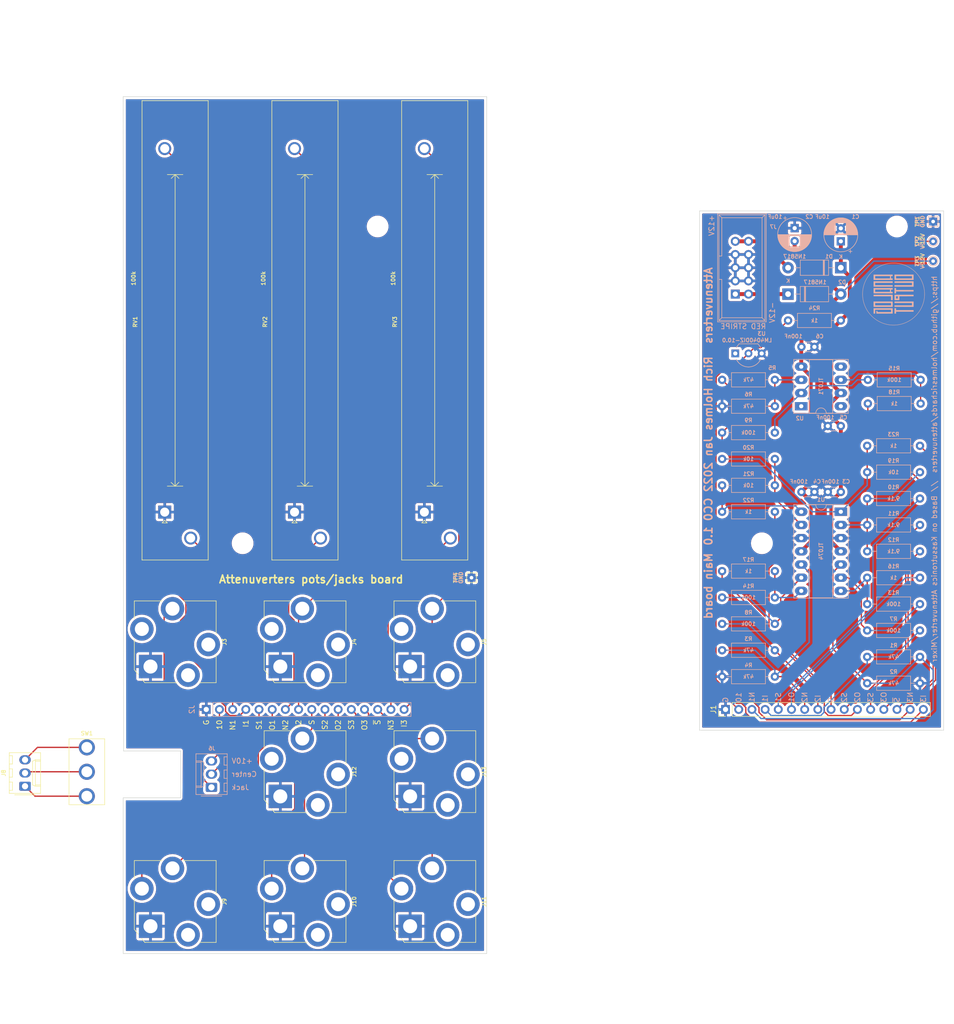
<source format=kicad_pcb>
(kicad_pcb (version 20211014) (generator pcbnew)
  (layers (0 "F.Cu" signal) (31 "B.Cu" signal) (34 "B.Paste" user) (35 "F.Paste" user) (36 "B.SilkS" user "B.Silkscreen") (37 "F.SilkS" user "F.Silkscreen") (38 "B.Mask" user) (39 "F.Mask" user) (44 "Edge.Cuts" user))
  (net 0 "")
  (net 1 "GND")
  (net 2 "+12V")
  (net 3 "-12V")
  (net 4 "/+12_IN")
  (net 5 "/-12_IN")
  (net 6 "SUM1")
  (net 7 "SUM2")
  (net 8 "SUM3")
  (net 9 "Net-(R15-Pad2)")
  (net 10 "Net-(R13-Pad1)")
  (net 11 "Net-(R14-Pad1)")
  (net 12 "Net-(R15-Pad1)")
  (net 13 "OUTSUM_P")
  (net 14 "SUM1_P")
  (net 15 "OUT1_P")
  (net 16 "SUM2_P")
  (net 17 "OUT2_P")
  (net 18 "SUM3_P")
  (net 19 "OUT3_P")
  (net 20 "OUT~{SUM}_P")
  (net 21 "OUT1")
  (net 22 "OUT2")
  (net 23 "OUT3")
  (net 24 "OUTSUM")
  (net 25 "OUT~{SUM}")
  (net 26 "GND1")
  (net 27 "INV2_P")
  (net 28 "INV3_P")
  (net 29 "NONINV1")
  (net 30 "NONINV2")
  (net 31 "NONINV3")
  (net 32 "INV1")
  (net 33 "INV2")
  (net 34 "INV3")
  (net 35 "NONINV3_P")
  (net 36 "NONINV2_P")
  (net 37 "NONINV1_P")
  (net 38 "INV1_P")
  (net 39 "10V_REF")
  (net 40 "10V_REF_P")
  (net 41 "Net-(J3-PadT)")
  (net 42 "Net-(J8-Pad3)")
  (net 43 "Net-(J8-Pad1)")
  (net 44 "Net-(R13-Pad2)")
  (net 45 "Net-(R14-Pad2)")
  (net 46 "Net-(R10-Pad1)")
  (net 47 "Net-(R19-Pad1)")
  (net 48 "Net-(R20-Pad1)")
  (net 49 "Net-(R21-Pad1)")
  (net 53 "Net-(J8-Pad2)")
  (footprint "ao_tht:Jack_6.35mm_PJ_629HAN" (layer "F.Cu") (at 75 125 -90)
    (fp_text reference "J3")
    (fp_text value "AudioJack2")
  )
  (footprint "ao_tht:Jack_6.35mm_PJ_629HAN" (layer "F.Cu") (at 100 125 -90)
    (fp_text reference "J4")
    (fp_text value "AudioJack2")
  )
  (footprint "ao_tht:Jack_6.35mm_PJ_629HAN" (layer "F.Cu") (at 125 125 -90)
    (fp_text reference "J5")
    (fp_text value "AudioJack2")
  )
  (footprint "ao_tht:Jack_6.35mm_PJ_629HAN" (layer "F.Cu") (at 100 150 -90)
    (fp_text reference "J12")
    (fp_text value "AudioJack2")
  )
  (footprint "ao_tht:Jack_6.35mm_PJ_629HAN" (layer "F.Cu") (at 75 175 -90)
    (fp_text reference "J9")
    (fp_text value "AudioJack2_SwitchT")
  )
  (footprint "ao_tht:Jack_6.35mm_PJ_629HAN" (layer "F.Cu") (at 100 175 -90)
    (fp_text reference "J10")
    (fp_text value "AudioJack2_SwitchT")
  )
  (footprint "ao_tht:Jack_6.35mm_PJ_629HAN" (layer "F.Cu") (at 125 175 -90)
    (fp_text reference "J11")
    (fp_text value "AudioJack2_SwitchT")
  )
  (footprint "ao_tht:Potentiometer_Alpha_RA6020F_Single_Slide" (layer "F.Cu") (at 73 100 90)
    (fp_text reference "RV1")
    (fp_text value "100k")
  )
  (footprint "ao_tht:Potentiometer_Alpha_RA6020F_Single_Slide" (layer "F.Cu") (at 98 100 90)
    (fp_text reference "RV2")
    (fp_text value "100k")
  )
  (footprint "ao_tht:Potentiometer_Alpha_RA6020F_Single_Slide" (layer "F.Cu") (at 123 100 90)
    (fp_text reference "RV3")
    (fp_text value "100k")
  )
  (footprint "ao_tht:SPDT-toggle-switch-1M-series" (layer "F.Cu") (at 58 150)
    (fp_text reference "SW1")
    (fp_text value "SW_SPDT")
  )
  (footprint "Connector_PinHeader_2.54mm:PinHeader_1x16_P2.54mm_Vertical" (layer "F.Cu") (at 181 138 90)
    (fp_text reference "J1")
    (fp_text value "Conn_01x16")
  )
  (footprint "ao_tht:Jack_6.35mm_PJ_629HAN" (layer "F.Cu") (at 125 150 -90)
    (fp_text reference "J13")
    (fp_text value "AudioJack2")
  )
  (footprint "ao_tht:MountingHole_3.2mm_M3" (layer "F.Cu") (at 188 106 180)
    (fp_text reference "H1" hide)
    (fp_text value "MountingHole")
  )
  (footprint "ao_tht:MountingHole_3.2mm_M3" (layer "F.Cu") (at 114 45)
    (fp_text reference "H2" hide)
    (fp_text value "MountingHole")
  )
  (footprint "ao_tht:MountingHole_3.2mm_M3" (layer "F.Cu") (at 88 106)
    (fp_text reference "H3" hide)
    (fp_text value "MountingHole")
  )
  (footprint "ao_tht:MountingHole_3.2mm_M3" (layer "F.Cu") (at 214 45)
    (fp_text reference "H4" hide)
    (fp_text value "MountingHole")
  )
  (footprint "ao_tht:Molex_KK-254_AE-6410-03A_1x03_P2.54mm_Vertical" (layer "F.Cu") (at 46.101 152.781 90)
    (fp_text reference "J8")
    (fp_text value "3_pin_Molex_connector")
  )
  (footprint "attenuverters_panel:attenuverters_panel_holes" (layer "F.Cu") (at 100 100)
    (fp_text reference "GRAF1" hide)
    (fp_text value "Graphic" hide)
  )
  (footprint "ao_tht:TestPoint_THTPad_1.5x1.5mm_Drill0.7mm" (layer "F.Cu") (at 132.08 112.63 90)
    (fp_text reference "TP4")
    (fp_text value "GND")
  )
  (footprint "ao_tht:Board_Marker" (layer "F.Cu") (at 98.5 20)
    (fp_text reference "B2")
    (fp_text value "Board")
  )
  (footprint "ao_tht:Board_Marker" (layer "F.Cu") (at 199.5 42)
    (fp_text reference "B1")
    (fp_text value "Board")
  )
  (footprint "ao_tht:CP_Radial_D6.3mm_P2.50mm" (layer "B.Cu") (at 203.2 47.86 90)
    (fp_text reference "C1")
    (fp_text value "10uF")
  )
  (footprint "ao_tht:CP_Radial_D6.3mm_P2.50mm" (layer "B.Cu") (at 194.31 45.32 -90)
    (fp_text reference "C2")
    (fp_text value "10uF")
  )
  (footprint "ao_tht:C_Disc_D3.0mm_W1.6mm_P2.50mm" (layer "B.Cu") (at 203.2 96.12 180)
    (fp_text reference "C3")
    (fp_text value "100nF")
  )
  (footprint "ao_tht:C_Disc_D3.0mm_W1.6mm_P2.50mm" (layer "B.Cu") (at 198.12 96.12 180)
    (fp_text reference "C4")
    (fp_text value "100nF")
  )
  (footprint "ao_tht:C_Disc_D3.0mm_W1.6mm_P2.50mm" (layer "B.Cu") (at 203.2 83.42 180)
    (fp_text reference "C5")
    (fp_text value "100nF")
  )
  (footprint "ao_tht:C_Disc_D3.0mm_W1.6mm_P2.50mm" (layer "B.Cu") (at 198.12 68.18 180)
    (fp_text reference "C6")
    (fp_text value "100nF")
  )
  (footprint "ao_tht:D_DO-41_SOD81_P10.16mm_Horizontal" (layer "B.Cu") (at 203.2 52.94 180)
    (fp_text reference "D1")
    (fp_text value "1N5817")
  )
  (footprint "ao_tht:D_DO-41_SOD81_P10.16mm_Horizontal" (layer "B.Cu") (at 193.04 58.02)
    (fp_text reference "D2")
    (fp_text value "1N5817")
  )
  (footprint "ao_tht:Power_Header" (layer "B.Cu") (at 182.88 58.02)
    (fp_text reference "J7")
    (fp_text value "Synth_power_2x5")
  )
  (footprint "ao_tht:R_Axial_DIN0207_L6.3mm_D2.5mm_P10.16mm_Horizontal" (layer "B.Cu") (at 208.28 97.39)
    (fp_text reference "R10")
    (fp_text value "9.1k")
  )
  (footprint "ao_tht:R_Axial_DIN0207_L6.3mm_D2.5mm_P10.16mm_Horizontal" (layer "B.Cu") (at 208.28 102.47)
    (fp_text reference "R11")
    (fp_text value "9.1k")
  )
  (footprint "ao_tht:R_Axial_DIN0207_L6.3mm_D2.5mm_P10.16mm_Horizontal" (layer "B.Cu") (at 208.28 107.55)
    (fp_text reference "R12")
    (fp_text value "9.1k")
  )
  (footprint "ao_tht:R_Axial_DIN0207_L6.3mm_D2.5mm_P10.16mm_Horizontal" (layer "B.Cu") (at 208.28 92.31)
    (fp_text reference "R19")
    (fp_text value "10k")
  )
  (footprint "ao_tht:R_Axial_DIN0207_L6.3mm_D2.5mm_P10.16mm_Horizontal" (layer "B.Cu") (at 190.5 89.77 180)
    (fp_text reference "R20")
    (fp_text value "10k")
  )
  (footprint "ao_tht:R_Axial_DIN0207_L6.3mm_D2.5mm_P10.16mm_Horizontal" (layer "B.Cu") (at 208.28 127.87)
    (fp_text reference "R1")
    (fp_text value "47k")
  )
  (footprint "ao_tht:R_Axial_DIN0207_L6.3mm_D2.5mm_P10.16mm_Horizontal" (layer "B.Cu") (at 208.28 132.95)
    (fp_text reference "R2")
    (fp_text value "47k")
  )
  (footprint "ao_tht:R_Axial_DIN0207_L6.3mm_D2.5mm_P10.16mm_Horizontal" (layer "B.Cu") (at 190.5 126.6 180)
    (fp_text reference "R3")
    (fp_text value "47k")
  )
  (footprint "ao_tht:R_Axial_DIN0207_L6.3mm_D2.5mm_P10.16mm_Horizontal" (layer "B.Cu") (at 190.5 131.68 180)
    (fp_text reference "R4")
    (fp_text value "47k")
  )
  (footprint "ao_tht:R_Axial_DIN0207_L6.3mm_D2.5mm_P10.16mm_Horizontal" (layer "B.Cu") (at 180.34 74.53)
    (fp_text reference "R5")
    (fp_text value "47k")
  )
  (footprint "ao_tht:R_Axial_DIN0207_L6.3mm_D2.5mm_P10.16mm_Horizontal" (layer "B.Cu") (at 190.5 79.61 180)
    (fp_text reference "R6")
    (fp_text value "47k")
  )
  (footprint "ao_tht:R_Axial_DIN0207_L6.3mm_D2.5mm_P10.16mm_Horizontal" (layer "B.Cu") (at 208.28 122.79)
    (fp_text reference "R7")
    (fp_text value "100k")
  )
  (footprint "ao_tht:R_Axial_DIN0207_L6.3mm_D2.5mm_P10.16mm_Horizontal" (layer "B.Cu") (at 190.5 121.52 180)
    (fp_text reference "R8")
    (fp_text value "100k")
  )
  (footprint "ao_tht:R_Axial_DIN0207_L6.3mm_D2.5mm_P10.16mm_Horizontal" (layer "B.Cu") (at 190.5 84.69 180)
    (fp_text reference "R9")
    (fp_text value "100k")
  )
  (footprint "ao_tht:R_Axial_DIN0207_L6.3mm_D2.5mm_P10.16mm_Horizontal" (layer "B.Cu") (at 180.34 94.85)
    (fp_text reference "R21")
    (fp_text value "10k")
  )
  (footprint "ao_tht:R_Axial_DIN0207_L6.3mm_D2.5mm_P10.16mm_Horizontal" (layer "B.Cu") (at 208.28 117.71)
    (fp_text reference "R13")
    (fp_text value "100k")
  )
  (footprint "ao_tht:R_Axial_DIN0207_L6.3mm_D2.5mm_P10.16mm_Horizontal" (layer "B.Cu") (at 190.5 116.44 180)
    (fp_text reference "R14")
    (fp_text value "100k")
  )
  (footprint "ao_tht:R_Axial_DIN0207_L6.3mm_D2.5mm_P10.16mm_Horizontal" (layer "B.Cu") (at 218.567 74.53 180)
    (fp_text reference "R15")
    (fp_text value "100k")
  )
  (footprint "ao_tht:R_Axial_DIN0207_L6.3mm_D2.5mm_P10.16mm_Horizontal" (layer "B.Cu") (at 190.5 99.93 180)
    (fp_text reference "R22")
    (fp_text value "1k")
  )
  (footprint "ao_tht:R_Axial_DIN0207_L6.3mm_D2.5mm_P10.16mm_Horizontal" (layer "B.Cu") (at 218.44 112.63 180)
    (fp_text reference "R16")
    (fp_text value "1k")
  )
  (footprint "ao_tht:R_Axial_DIN0207_L6.3mm_D2.5mm_P10.16mm_Horizontal" (layer "B.Cu") (at 180.34 111.36)
    (fp_text reference "R17")
    (fp_text value "1k")
  )
  (footprint "ao_tht:R_Axial_DIN0207_L6.3mm_D2.5mm_P10.16mm_Horizontal" (layer "B.Cu") (at 208.407 79.102)
    (fp_text reference "R18")
    (fp_text value "1k")
  )
  (footprint "ao_tht:R_Axial_DIN0207_L6.3mm_D2.5mm_P10.16mm_Horizontal" (layer "B.Cu") (at 203.2 63.1 180)
    (fp_text reference "R24")
    (fp_text value "1k")
  )
  (footprint "ao_tht:DIP-14_W7.62mm_Socket_LongPads" (layer "B.Cu") (at 203.2 99.93 180)
    (fp_text reference "U1")
    (fp_text value "TL074")
  )
  (footprint "ao_tht:DIP-8_W7.62mm_Socket_LongPads" (layer "B.Cu") (at 195.58 79.61)
    (fp_text reference "U2")
    (fp_text value "TL071")
  )
  (footprint "ao_tht:TO-92_Inline_Wide" (layer "B.Cu") (at 182.88 69.45)
    (fp_text reference "U3")
    (fp_text value "LM4040DIZ-10.0")
  )
  (footprint "Connector_PinSocket_2.54mm:PinSocket_1x16_P2.54mm_Vertical" (layer "B.Cu") (at 81 138 -90)
    (fp_text reference "J2")
    (fp_text value "Conn_01x16")
  )
  (footprint "ao_tht:R_Axial_DIN0207_L6.3mm_D2.5mm_P10.16mm_Horizontal" (layer "B.Cu") (at 218.44 87.23 180)
    (fp_text reference "R23")
    (fp_text value "1k")
  )
  (footprint "ao_tht:Molex_KK-254_AE-6410-03A_1x03_P2.54mm_Vertical" (layer "B.Cu") (at 82 153 90)
    (fp_text reference "J6")
    (fp_text value "3_pin_Molex_header")
  )
  (footprint "ao_tht:analogoutput_12mm" (layer "B.Cu") (at 213.36 58.02 -90)
    (fp_text reference "GRAF2" hide)
    (fp_text value "Graphic" hide)
  )
  (footprint "ao_tht:TestPoint_THTPad_1.5x1.5mm_Drill0.7mm" (layer "B.Cu") (at 220.98 44.05 -90)
    (fp_text reference "TP1")
    (fp_text value "GND")
  )
  (footprint "ao_tht:TestPoint_THTPad_D1.5mm_Drill0.7mm" (layer "B.Cu") (at 220.98 47.86 -90)
    (fp_text reference "TP2")
    (fp_text value "+12V")
  )
  (footprint "ao_tht:TestPoint_THTPad_D1.5mm_Drill0.7mm" (layer "B.Cu") (at 220.98 51.67 -90)
    (fp_text reference "TP3")
    (fp_text value "-12V")
  )
  (gr_line (start 65 185) (end 65 155) (layer "Edge.Cuts") (width 0.1))
  (gr_line (start 176 142) (end 176 42) (layer "Edge.Cuts") (width 0.1))
  (gr_line (start 65.08 146) (end 65 20) (layer "Edge.Cuts") (width 0.1))
  (gr_line (start 65 155) (end 76.08 155) (layer "Edge.Cuts") (width 0.1))
  (gr_line (start 65.08 146) (end 76.08 146) (layer "Edge.Cuts") (width 0.1))
  (gr_line (start 223 142) (end 176 142) (layer "Edge.Cuts") (width 0.1))
  (gr_line (start 176 42) (end 223 42) (layer "Edge.Cuts") (width 0.1))
  (gr_line (start 135 185) (end 65 185) (layer "Edge.Cuts") (width 0.1))
  (gr_line (start 135 20) (end 135 185) (layer "Edge.Cuts") (width 0.1))
  (gr_line (start 223 42) (end 223 142) (layer "Edge.Cuts") (width 0.1))
  (gr_line (start 76.08 146) (end 76.08 155) (layer "Edge.Cuts") (width 0.1))
  (gr_line (start 65 20) (end 135 20) (layer "Edge.Cuts") (width 0.1))
  (gr_text "Attenuverters" (at 177.7 60.224 90) (layer "B.SilkS") (effects (font (size 1.5 1.5) (thickness 0.3)) (justify mirror)))
  (gr_text "N3" (at 216.56 136.73 90) (layer "B.SilkS") (effects (font (size 1 1)) (justify right mirror)))
  (gr_text "O2" (at 206.4 136.73 90) (layer "B.SilkS") (effects (font (size 1 1)) (justify right mirror)))
  (gr_text "10" (at 183.54 136.73 90) (layer "B.SilkS") (effects (font (size 1 1)) (justify right mirror)))
  (gr_text "S2" (at 203.86 136.73 90) (layer "B.SilkS") (effects (font (size 1 1)) (justify right mirror)))
  (gr_text "+10V" (at 85.81 147.92) (layer "B.SilkS") (effects (font (size 1 1)) (justify right mirror)))
  (gr_text "S3" (at 208.94 136.73 90) (layer "B.SilkS") (effects (font (size 1 1)) (justify right mirror)))
  (gr_text "S" (at 201.32 136.73 90) (layer "B.SilkS") (effects (font (size 1 1)) (justify right mirror)))
  (gr_text "~{S}" (at 214.02 136.73 90) (layer "B.SilkS") (effects (font (size 1 1)) (justify right mirror)))
  (gr_text "N2" (at 196.24 136.73 90) (layer "B.SilkS") (effects (font (size 1 1)) (justify right mirror)))
  (gr_text "https://github.com/holmesrichards/attenuverters  // Based on Kassutronics Attenuverter/Mixer" (at 221.212 91.708 90) (layer "B.SilkS") (effects (font (size 1 1)) (justify mirror)))
  (gr_text "Rich Holmes Jan 2022 CC0 1.0" (at 177.7 88.224 90) (layer "B.SilkS") (effects (font (size 1.5 1.5) (thickness 0.3)) (justify mirror)))
  (gr_text "O3" (at 211.48 136.73 90) (layer "B.SilkS") (effects (font (size 1 1)) (justify right mirror)))
  (gr_text "I1" (at 188.62 136.73 90) (layer "B.SilkS") (effects (font (size 1 1)) (justify right mirror)))
  (gr_text "N1" (at 186.08 136.73 90) (layer "B.SilkS") (effects (font (size 1 1)) (justify right mirror)))
  (gr_text "Jack" (at 85.81 153) (layer "B.SilkS") (effects (font (size 1 1)) (justify right mirror)))
  (gr_text "G" (at 181 136.73 90) (layer "B.SilkS") (effects (font (size 1 1)) (justify right mirror)))
  (gr_text "S1" (at 191.16 136.73 90) (layer "B.SilkS") (effects (font (size 1 1)) (justify right mirror)))
  (gr_text "Main board" (at 177.7 114.224 90) (layer "B.SilkS") (effects (font (size 1.5 1.5) (thickness 0.3)) (justify mirror)))
  (gr_text "I3" (at 219.1 136.73 90) (layer "B.SilkS") (effects (font (size 1 1)) (justify right mirror)))
  (gr_text "Center" (at 85.81 150.46) (layer "B.SilkS") (effects (font (size 1 1)) (justify right mirror)))
  (gr_text "O1" (at 193.7 136.73 90) (layer "B.SilkS") (effects (font (size 1 1)) (justify right mirror)))
  (gr_text "I2" (at 198.78 136.73 90) (layer "B.SilkS") (effects (font (size 1 1)) (justify right mirror)))
  (gr_text "I3" (at 119.1 139.905 90) (layer "F.SilkS") (effects (font (size 1 1)) (justify right)))
  (gr_text "S1" (at 91.16 139.905 90) (layer "F.SilkS") (effects (font (size 1 1)) (justify right)))
  (gr_text "N1" (at 86.08 139.905 90) (layer "F.SilkS") (effects (font (size 1 1)) (justify right)))
  (gr_text "Attenuverters pots/jacks board" (at 101.2 112.94) (layer "F.SilkS") (effects (font (size 1.5 1.5) (thickness 0.3))))
  (gr_text "S2" (at 103.86 139.905 90) (layer "F.SilkS") (effects (font (size 1 1)) (justify right)))
  (gr_text "O1" (at 93.7 139.905 90) (layer "F.SilkS") (effects (font (size 1 1)) (justify right)))
  (gr_text "I2" (at 98.78 139.905 90) (layer "F.SilkS") (effects (font (size 1 1)) (justify right)))
  (gr_text "S" (at 101.32 139.905 90) (layer "F.SilkS") (effects (font (size 1 1)) (justify right)))
  (gr_text "G" (at 81 139.905 90) (layer "F.SilkS") (effects (font (size 1 1)) (justify right)))
  (gr_text "S3" (at 108.94 139.905 90) (layer "F.SilkS") (effects (font (size 1 1)) (justify right)))
  (gr_text "N3" (at 116.56 139.905 90) (layer "F.SilkS") (effects (font (size 1 1)) (justify right)))
  (gr_text "~{S}" (at 114.02 139.905 90) (layer "F.SilkS") (effects (font (size 1 1)) (justify right)))
  (gr_text "O3" (at 111.48 139.905 90) (layer "F.SilkS") (effects (font (size 1 1)) (justify right)))
  (gr_text "10" (at 83.54 139.905 90) (layer "F.SilkS") (effects (font (size 1 1)) (justify right)))
  (gr_text "I1" (at 88.62 139.905 90) (layer "F.SilkS") (effects (font (size 1 1)) (justify right)))
  (gr_text "N2" (at 96.24 139.905 90) (layer "F.SilkS") (effects (font (size 1 1)) (justify right)))
  (gr_text "O2" (at 106.4 139.905 90) (layer "F.SilkS") (effects (font (size 1 1)) (justify right)))
  (segment (start 201.37499 97.94501) (end 201.37499 105.72499) (width 0.75) (layer "F.Cu") (net 2))
  (segment (start 204.925001 61.374999) (end 203.2 63.1) (width 0.75) (layer "F.Cu") (net 2))
  (segment (start 203.2 63.1) (end 201.37499 64.92501) (width 0.75) (layer "F.Cu") (net 2))
  (segment (start 203.2 96.12) (end 203.2 83.46) (width 0.75) (layer "F.Cu") (net 2))
  (segment (start 203.2 83.46) (end 203.16 83.42) (width 0.75) (layer "F.Cu") (net 2))
  (segment (start 201.37499 105.72499) (end 203.2 107.55) (width 0.75) (layer "F.Cu") (net 2))
  (segment (start 203.2 52.94) (end 204.925001 54.665001) (width 0.75) (layer "F.Cu") (net 2))
  (segment (start 203.2 77.07) (end 201.37499 78.89501) (width 0.75) (layer "F.Cu") (net 2))
  (segment (start 203.2 96.12) (end 201.37499 97.94501) (width 0.75) (layer "F.Cu") (net 2))
  (segment (start 201.37499 78.89501) (end 201.37499 81.59499) (width 0.75) (layer "F.Cu") (net 2))
  (segment (start 201.37499 64.92501) (end 201.37499 75.24499) (width 0.75) (layer "F.Cu") (net 2))
  (segment (start 204.925001 54.665001) (end 204.925001 61.374999) (width 0.75) (layer "F.Cu") (net 2))
  (segment (start 201.37499 75.24499) (end 203.2 77.07) (width 0.75) (layer "F.Cu") (net 2))
  (segment (start 220.98 47.86) (end 211.730002 47.86) (width 0.25) (layer "F.Cu") (net 2))
  (segment (start 211.730002 47.86) (end 204.925001 54.665001) (width 0.25) (layer "F.Cu") (net 2))
  (segment (start 201.37499 81.59499) (end 203.2 83.42) (width 0.75) (layer "F.Cu") (net 2))
  (segment (start 203.2 47.86) (end 203.2 52.94) (width 0.75) (layer "F.Cu") (net 2))
  (segment (start 195.62 96.12) (end 197.40501 97.90501) (width 0.75) (layer "F.Cu") (net 3))
  (segment (start 194.31 47.82) (end 194.31 49.13) (width 0.75) (layer "F.Cu") (net 3))
  (segment (start 197.40501 97.90501) (end 197.40501 105.72499) (width 0.75) (layer "F.Cu") (net 3))
  (segment (start 195.62 65.6) (end 203.2 58.02) (width 0.75) (layer "F.Cu") (net 3))
  (segment (start 195.62 68.18) (end 195.62 65.6) (width 0.75) (layer "F.Cu") (net 3))
  (segment (start 195.58 71.99) (end 197.40501 73.81501) (width 0.75) (layer "F.Cu") (net 3))
  (segment (start 197.40501 94.33499) (end 195.62 96.12) (width 0.75) (layer "F.Cu") (net 3))
  (segment (start 197.40501 105.72499) (end 195.58 107.55) (width 0.75) (layer "F.Cu") (net 3))
  (segment (start 195.58 71.99) (end 195.58 68.18) (width 0.75) (layer "F.Cu") (net 3))
  (segment (start 194.31 49.13) (end 203.2 58.02) (width 0.75) (layer "F.Cu") (net 3))
  (segment (start 197.40501 73.81501) (end 197.40501 94.33499) (width 0.75) (layer "F.Cu") (net 3))
  (segment (start 220.98 51.67) (end 209.55 51.67) (width 0.25) (layer "B.Cu") (net 3))
  (segment (start 209.55 51.67) (end 203.2 58.02) (width 0.25) (layer "B.Cu") (net 3))
  (segment (start 185.42 47.86) (end 187.96 47.86) (width 0.75) (layer "F.Cu") (net 4))
  (segment (start 187.96 47.86) (end 193.04 52.94) (width 0.75) (layer "F.Cu") (net 4))
  (segment (start 182.88 47.86) (end 185.42 47.86) (width 0.75) (layer "F.Cu") (net 4))
  (segment (start 185.42 58.02) (end 193.04 58.02) (width 0.75) (layer "F.Cu") (net 5))
  (segment (start 182.88 58.02) (end 185.42 58.02) (width 0.75) (layer "F.Cu") (net 5))
  (segment (start 209.405001 118.250002) (end 209.405001 106.424999) (width 0.25) (layer "B.Cu") (net 6))
  (segment (start 191.16 136.495003) (end 209.405001 118.250002) (width 0.25) (layer "B.Cu") (net 6))
  (segment (start 209.405001 106.424999) (end 218.44 97.39) (width 0.25) (layer "B.Cu") (net 6))
  (segment (start 191.16 138) (end 191.16 136.495003) (width 0.25) (layer "B.Cu") (net 6))
  (segment (start 206.135002 136.76) (end 215.703989 127.191013) (width 0.25) (layer "F.Cu") (net 7))
  (segment (start 215.703989 105.206011) (end 218.44 102.47) (width 0.25) (layer "F.Cu") (net 7))
  (segment (start 215.703989 127.191013) (end 215.703989 105.206011) (width 0.25) (layer "F.Cu") (net 7))
  (segment (start 205.1 136.76) (end 206.135002 136.76) (width 0.25) (layer "F.Cu") (net 7))
  (segment (start 203.86 138) (end 205.1 136.76) (width 0.25) (layer "F.Cu") (net 7))
  (segment (start 208.94 134.591413) (end 216.154 127.377413) (width 0.25) (layer "F.Cu") (net 8))
  (segment (start 216.154 127.377413) (end 216.154 109.836) (width 0.25) (layer "F.Cu") (net 8))
  (segment (start 208.94 138) (end 208.94 134.591413) (width 0.25) (layer "F.Cu") (net 8))
  (segment (start 216.154 109.836) (end 218.44 107.55) (width 0.25) (layer "F.Cu") (net 8))
  (segment (start 196.99499 75.65501) (end 195.58 77.07) (width 0.25) (layer "B.Cu") (net 9))
  (segment (start 205.24999 75.65501) (end 196.99499 75.65501) (width 0.25) (layer "B.Cu") (net 9))
  (segment (start 206.375 74.53) (end 205.24999 75.65501) (width 0.25) (layer "B.Cu") (net 9))
  (segment (start 208.407 74.53) (end 206.375 74.53) (width 0.25) (layer "B.Cu") (net 9))
  (segment (start 190.5 84.69) (end 190.5 82.15) (width 0.25) (layer "B.Cu") (net 9))
  (segment (start 190.5 82.15) (end 195.58 77.07) (width 0.25) (layer "B.Cu") (net 9))
  (segment (start 208.28 112.63) (end 208.28 117.71) (width 0.25) (layer "F.Cu") (net 10))
  (segment (start 203.2 115.17) (end 205.74 115.17) (width 0.25) (layer "B.Cu") (net 10))
  (segment (start 205.74 115.17) (end 208.28 112.63) (width 0.25) (layer "B.Cu") (net 10))
  (segment (start 190.5 111.36) (end 190.5 116.44) (width 0.25) (layer "F.Cu") (net 11))
  (segment (start 194.31 116.44) (end 195.58 115.17) (width 0.25) (layer "B.Cu") (net 11))
  (segment (start 190.5 116.44) (end 194.31 116.44) (width 0.25) (layer "B.Cu") (net 11))
  (segment (start 218.567 74.53) (end 218.567 79.102) (width 0.25) (layer "F.Cu") (net 12))
  (segment (start 203.2 74.53) (end 205.486 74.53) (width 0.25) (layer "B.Cu") (net 12))
  (segment (start 217.441999 73.404999) (end 218.567 74.53) (width 0.25) (layer "B.Cu") (net 12))
  (segment (start 205.486 74.53) (end 206.611001 73.404999) (width 0.25) (layer "B.Cu") (net 12))
  (segment (start 206.611001 73.404999) (end 217.441999 73.404999) (width 0.25) (layer "B.Cu") (net 12))
  (segment (start 99.5 143.6) (end 101.32 141.78) (width 0.25) (layer "F.Cu") (net 13))
  (segment (start 101.32 141.78) (end 101.32 138) (width 0.25) (layer "F.Cu") (net 13))
  (segment (start 75.17 163.844) (end 72.495 163.844) (width 0.25) (layer "F.Cu") (net 14))
  (segment (start 72.495 163.844) (end 68.6 167.739) (width 0.25) (layer "F.Cu") (net 14))
  (segment (start 88.624 145.175) (end 88.624 150.39) (width 0.25) (layer "F.Cu") (net 14))
  (segment (start 91.16 142.639) (end 88.624 145.175) (width 0.25) (layer "F.Cu") (net 14))
  (segment (start 91.16 138) (end 91.16 142.639) (width 0.25) (layer "F.Cu") (net 14))
  (segment (start 88.624 150.39) (end 75.17 163.844) (width 0.25) (layer "F.Cu") (net 14))
  (segment (start 68.6 167.739) (end 68.6 172.5) (width 0.25) (layer "F.Cu") (net 14))
  (segment (start 93.7 143.588998) (end 91.024999 146.263999) (width 0.25) (layer "F.Cu") (net 15))
  (segment (start 91.024999 152.075001) (end 74.5 168.6) (width 0.25) (layer "F.Cu") (net 15))
  (segment (start 91.024999 146.263999) (end 91.024999 152.075001) (width 0.25) (layer "F.Cu") (net 15))
  (segment (start 93.7 138) (end 93.7 143.588998) (width 0.25) (layer "F.Cu") (net 15))
  (segment (start 98.022 150.636) (end 103.86 144.798) (width 0.25) (layer "F.Cu") (net 16))
  (segment (start 98.022 157.11959) (end 98.022 150.636) (width 0.25) (layer "F.Cu") (net 16))
  (segment (start 93.6 172.5) (end 93.6 161.54159) (width 0.25) (layer "F.Cu") (net 16))
  (segment (start 93.6 161.54159) (end 98.022 157.11959) (width 0.25) (layer "F.Cu") (net 16))
  (segment (start 103.86 144.798) (end 103.86 138) (width 0.25) (layer "F.Cu") (net 16))
  (segment (start 106.4 144.798) (end 106.4 138) (width 0.25) (layer "F.Cu") (net 17))
  (segment (start 99.924999 157.636001) (end 99.924999 155.163999) (width 0.25) (layer "F.Cu") (net 17))
  (segment (start 99.927 168.173) (end 99.927 157.638002) (width 0.25) (layer "F.Cu") (net 17))
  (segment (start 99.927 157.638002) (end 99.924999 157.636001) (width 0.25) (layer "F.Cu") (net 17))
  (segment (start 99.5 168.6) (end 99.927 168.173) (width 0.25) (layer "F.Cu") (net 17))
  (segment (start 99.927 155.161998) (end 99.927 151.271) (width 0.25) (layer "F.Cu") (net 17))
  (segment (start 99.924999 155.163999) (end 99.927 155.161998) (width 0.25) (layer "F.Cu") (net 17))
  (segment (start 99.927 151.271) (end 106.4 144.798) (width 0.25) (layer "F.Cu") (net 17))
  (segment (start 118.6 172.5) (end 109.789999 163.689999) (width 0.25) (layer "F.Cu") (net 18))
  (segment (start 109.789999 138.849999) (end 108.94 138) (width 0.25) (layer "F.Cu") (net 18))
  (segment (start 109.789999 163.689999) (end 109.789999 138.849999) (width 0.25) (layer "F.Cu") (net 18))
  (segment (start 112.246 138.766) (end 111.48 138) (width 0.25) (layer "F.Cu") (net 19))
  (segment (start 124.5 168.6) (end 124.5 164.155003) (width 0.25) (layer "F.Cu") (net 19))
  (segment (start 112.246 151.901003) (end 112.246 138.766) (width 0.25) (layer "F.Cu") (net 19))
  (segment (start 124.5 164.155003) (end 112.246 151.901003) (width 0.25) (layer "F.Cu") (net 19))
  (segment (start 124.5 143.6) (end 119.62 143.6) (width 0.25) (layer "F.Cu") (net 20))
  (segment (start 119.62 143.6) (end 114.02 138) (width 0.25) (layer "F.Cu") (net 20))
  (segment (start 193.7 134.591413) (end 215.661413 112.63) (width 0.25) (layer "B.Cu") (net 21))
  (segment (start 193.7 138) (end 193.7 134.591413) (width 0.25) (layer "B.Cu") (net 21))
  (segment (start 215.661413 112.63) (end 218.44 112.63) (width 0.25) (layer "B.Cu") (net 21))
  (segment (start 200.025 134.22141) (end 200.025 138.411) (width 0.25) (layer "F.Cu") (net 22))
  (segment (start 200.025 134.22141) (end 188.660014 122.856424) (width 0.25) (layer "F.Cu") (net 22))
  (segment (start 180.34 112.884) (end 188.660014 121.204014) (width 0.25) (layer "F.Cu") (net 22))
  (segment (start 188.660014 121.204014) (end 188.660014 122.856424) (width 0.25) (layer "F.Cu") (net 22))
  (segment (start 180.34 111.36) (end 180.34 112.884) (width 0.25) (layer "F.Cu") (net 22))
  (segment (start 200.025 138.411) (end 200.789001 139.175001) (width 0.25) (layer "F.Cu") (net 22))
  (segment (start 205.224999 139.175001) (end 206.4 138) (width 0.25) (layer "F.Cu") (net 22))
  (segment (start 200.789001 139.175001) (end 205.224999 139.175001) (width 0.25) (layer "F.Cu") (net 22))
  (segment (start 208.407 79.102) (end 208.407 83.942002) (width 0.25) (layer "F.Cu") (net 23))
  (segment (start 219.565001 133.564001) (end 219.565001 133.602999) (width 0.25) (layer "F.Cu") (net 23))
  (segment (start 208.407 83.942002) (end 220.98 96.515002) (width 0.25) (layer "F.Cu") (net 23))
  (segment (start 220.98 132.149002) (end 219.565001 133.564001) (width 0.25) (layer "F.Cu") (net 23))
  (segment (start 216.9185 136.2495) (end 213.2305 136.2495) (width 0.25) (layer "F.Cu") (net 23))
  (segment (start 213.2305 136.2495) (end 211.48 138) (width 0.25) (layer "F.Cu") (net 23))
  (segment (start 219.565001 133.602999) (end 216.9185 136.2495) (width 0.25) (layer "F.Cu") (net 23))
  (segment (start 220.98 96.515002) (end 220.98 132.149002) (width 0.25) (layer "F.Cu") (net 23))
  (segment (start 190.5 109.709) (end 189.374999 110.834001) (width 0.25) (layer "F.Cu") (net 24))
  (segment (start 190.5 99.93) (end 190.5 109.709) (width 0.25) (layer "F.Cu") (net 24))
  (segment (start 189.374999 122.934999) (end 201.32 134.88) (width 0.25) (layer "F.Cu") (net 24))
  (segment (start 189.374999 110.834001) (end 189.374999 122.934999) (width 0.25) (layer "F.Cu") (net 24))
  (segment (start 201.32 134.88) (end 201.32 138) (width 0.25) (layer "F.Cu") (net 24))
  (segment (start 221.430011 90.220011) (end 221.430011 132.3744) (width 0.25) (layer "F.Cu") (net 25))
  (segment (start 216.979412 136.824999) (end 215.195001 136.824999) (width 0.25) (layer "F.Cu") (net 25))
  (segment (start 218.44 87.23) (end 221.430011 90.220011) (width 0.25) (layer "F.Cu") (net 25))
  (segment (start 215.195001 136.824999) (end 214.02 138) (width 0.25) (layer "F.Cu") (net 25))
  (segment (start 221.430011 132.3744) (end 216.979412 136.824999) (width 0.25) (layer "F.Cu") (net 25))
  (segment (start 105.765 112.335) (end 105.765 37.765) (width 0.25) (layer "F.Cu") (net 27))
  (segment (start 105.765 37.765) (end 98 30) (width 0.25) (layer "F.Cu") (net 27))
  (segment (start 99.5 118.6) (end 105.765 112.335) (width 0.25) (layer "F.Cu") (net 27))
  (segment (start 98.78 119.32) (end 99.5 118.6) (width 0.25) (layer "F.Cu") (net 27))
  (segment (start 98.78 138) (end 98.78 119.32) (width 0.25) (layer "F.Cu") (net 27))
  (segment (start 129.641 113.459) (end 129.641 36.641) (width 0.25) (layer "F.Cu") (net 28))
  (segment (start 124.5 132.6) (end 119.1 138) (width 0.25) (layer "F.Cu") (net 28))
  (segment (start 129.641 36.641) (end 123 30) (width 0.25) (layer "F.Cu") (net 28))
  (segment (start 124.5 118.6) (end 124.5 132.6) (width 0.25) (layer "F.Cu") (net 28))
  (segment (start 124.5 118.6) (end 129.641 113.459) (width 0.25) (layer "F.Cu") (net 28))
  (segment (start 208.28 132.95) (end 201.67499 126.34499) (width 0.25) (layer "F.Cu") (net 29))
  (segment (start 201.67499 111.61501) (end 203.2 110.09) (width 0.25) (layer "F.Cu") (net 29))
  (segment (start 201.67499 126.34499) (end 201.67499 111.61501) (width 0.25) (layer "F.Cu") (net 29))
  (segment (start 220.98 138.03) (end 220.98 130.41) (width 0.25) (layer "B.Cu") (net 29))
  (segment (start 187.830011 139.750011) (end 219.259989 139.750011) (width 0.25) (layer "B.Cu") (net 29))
  (segment (start 213.36 132.95) (end 218.44 127.87) (width 0.25) (layer "B.Cu") (net 29))
  (segment (start 220.98 130.41) (end 218.44 127.87) (width 0.25) (layer "B.Cu") (net 29))
  (segment (start 208.28 132.95) (end 213.36 132.95) (width 0.25) (layer "B.Cu") (net 29))
  (segment (start 219.259989 139.750011) (end 220.98 138.03) (width 0.25) (layer "B.Cu") (net 29))
  (segment (start 186.08 138) (end 187.830011 139.750011) (width 0.25) (layer "B.Cu") (net 29))
  (segment (start 196.24 135.515) (end 196.24 138) (width 0.25) (layer "F.Cu") (net 30))
  (segment (start 190.5 131.68) (end 192.405 131.68) (width 0.25) (layer "F.Cu") (net 30))
  (segment (start 192.405 131.68) (end 196.24 135.515) (width 0.25) (layer "F.Cu") (net 30))
  (segment (start 180.34 126.6) (end 186.69 126.6) (width 0.25) (layer "B.Cu") (net 30))
  (segment (start 195.58 110.09) (end 197.10501 111.61501) (width 0.25) (layer "B.Cu") (net 30))
  (segment (start 197.10501 125.07499) (end 190.5 131.68) (width 0.25) (layer "B.Cu") (net 30))
  (segment (start 186.69 126.6) (end 190.5 130.41) (width 0.25) (layer "B.Cu") (net 30))
  (segment (start 197.10501 111.61501) (end 197.10501 125.07499) (width 0.25) (layer "B.Cu") (net 30))
  (segment (start 190.5 131.68) (end 190.5 130.41) (width 0.25) (layer "B.Cu") (net 30))
  (segment (start 188.089001 139.175001) (end 188.055999 139.175001) (width 0.25) (layer "F.Cu") (net 31))
  (segment (start 188.906989 139.992989) (end 188.089001 139.175001) (width 0.25) (layer "F.Cu") (net 31))
  (segment (start 186.071002 136.252) (end 183.172998 136.252) (width 0.25) (layer "F.Cu") (net 31))
  (segment (start 183.172998 136.252) (end 179.164999 132.244001) (width 0.25) (layer "F.Cu") (net 31))
  (segment (start 214.567011 139.992989) (end 188.906989 139.992989) (width 0.25) (layer "F.Cu") (net 31))
  (segment (start 179.164999 132.244001) (end 179.164999 88.914411) (width 0.25) (layer "F.Cu") (net 31))
  (segment (start 187.444999 137.625997) (end 186.071002 136.252) (width 0.25) (layer "F.Cu") (net 31))
  (segment (start 188.055999 139.175001) (end 187.444999 138.564001) (width 0.25) (layer "F.Cu") (net 31))
  (segment (start 179.164999 88.914411) (end 188.46941 79.61) (width 0.25) (layer "F.Cu") (net 31))
  (segment (start 187.444999 138.564001) (end 187.444999 137.625997) (width 0.25) (layer "F.Cu") (net 31))
  (segment (start 188.46941 79.61) (end 190.5 79.61) (width 0.25) (layer "F.Cu") (net 31))
  (segment (start 216.56 138) (end 214.567011 139.992989) (width 0.25) (layer "F.Cu") (net 31))
  (segment (start 190.5 74.53) (end 190.5 79.61) (width 0.25) (layer "F.Cu") (net 31))
  (segment (start 190.5 74.53) (end 195.58 74.53) (width 0.25) (layer "B.Cu") (net 31))
  (segment (start 191.724001 139.175001) (end 191.726002 139.173) (width 0.25) (layer "B.Cu") (net 32))
  (segment (start 193.133998 139.173) (end 193.135999 139.175001) (width 0.25) (layer "B.Cu") (net 32))
  (segment (start 196.806002 139.173) (end 198.213998 139.173) (width 0.25) (layer "B.Cu") (net 32))
  (segment (start 194.264001 139.175001) (end 194.266002 139.173) (width 0.25) (layer "B.Cu") (net 32))
  (segment (start 194.266002 139.173) (end 195.673998 139.173) (width 0.25) (layer "B.Cu") (net 32))
  (segment (start 193.135999 139.175001) (end 194.264001 139.175001) (width 0.25) (layer "B.Cu") (net 32))
  (segment (start 199.955001 137.591999) (end 208.28 129.267) (width 0.25) (layer "B.Cu") (net 32))
  (segment (start 196.804001 139.175001) (end 196.806002 139.173) (width 0.25) (layer "B.Cu") (net 32))
  (segment (start 189.793 139.173) (end 190.593998 139.173) (width 0.25) (layer "B.Cu") (net 32))
  (segment (start 199.344001 139.175001) (end 199.955001 138.564001) (width 0.25) (layer "B.Cu") (net 32))
  (segment (start 195.675999 139.175001) (end 196.804001 139.175001) (width 0.25) (layer "B.Cu") (net 32))
  (segment (start 190.595999 139.175001) (end 191.724001 139.175001) (width 0.25) (layer "B.Cu") (net 32))
  (segment (start 195.673998 139.173) (end 195.675999 139.175001) (width 0.25) (layer "B.Cu") (net 32))
  (segment (start 208.28 129.267) (end 208.28 127.87) (width 0.25) (layer "B.Cu") (net 32))
  (segment (start 188.62 138) (end 189.793 139.173) (width 0.25) (layer "B.Cu") (net 32))
  (segment (start 190.593998 139.173) (end 190.595999 139.175001) (width 0.25) (layer "B.Cu") (net 32))
  (segment (start 198.213998 139.173) (end 198.215999 139.175001) (width 0.25) (layer "B.Cu") (net 32))
  (segment (start 198.215999 139.175001) (end 199.344001 139.175001) (width 0.25) (layer "B.Cu") (net 32))
  (segment (start 208.28 127.87) (end 213.36 127.87) (width 0.25) (layer "B.Cu") (net 32))
  (segment (start 199.955001 138.564001) (end 199.955001 137.591999) (width 0.25) (layer "B.Cu") (net 32))
  (segment (start 191.726002 139.173) (end 193.133998 139.173) (width 0.25) (layer "B.Cu") (net 32))
  (segment (start 213.36 127.87) (end 218.44 122.79) (width 0.25) (layer "B.Cu") (net 32))
  (segment (start 198.78 134.88) (end 198.78 138) (width 0.25) (layer "F.Cu") (net 33))
  (segment (start 190.5 126.6) (end 198.78 134.88) (width 0.25) (layer "F.Cu") (net 33))
  (segment (start 185.42 121.52) (end 190.5 126.6) (width 0.25) (layer "B.Cu") (net 33))
  (segment (start 180.34 121.52) (end 185.42 121.52) (width 0.25) (layer "B.Cu") (net 33))
  (segment (start 178.714988 88.601012) (end 178.714988 132.430401) (width 0.25) (layer "F.Cu") (net 34))
  (segment (start 180.34 86.976) (end 178.714988 88.601012) (width 0.25) (layer "F.Cu") (net 34))
  (segment (start 184.904999 138.672001) (end 186.675998 140.443) (width 0.25) (layer "F.Cu") (net 34))
  (segment (start 184.904999 137.625997) (end 184.904999 138.672001) (width 0.25) (layer "F.Cu") (net 34))
  (segment (start 216.657 140.443) (end 219.1 138) (width 0.25) (layer "F.Cu") (net 34))
  (segment (start 181.61 75.8) (end 181.61 83.42) (width 0.25) (layer "F.Cu") (net 34))
  (segment (start 178.714988 132.430401) (end 183.109586 136.824999) (width 0.25) (layer "F.Cu") (net 34))
  (segment (start 180.34 84.69) (end 180.34 86.976) (width 0.25) (layer "F.Cu") (net 34))
  (segment (start 180.34 74.53) (end 181.61 75.8) (width 0.25) (layer "F.Cu") (net 34))
  (segment (start 183.109586 136.824999) (end 184.104001 136.824999) (width 0.25) (layer "F.Cu") (net 34))
  (segment (start 186.675998 140.443) (end 216.657 140.443) (width 0.25) (layer "F.Cu") (net 34))
  (segment (start 184.104001 136.824999) (end 184.904999 137.625997) (width 0.25) (layer "F.Cu") (net 34))
  (segment (start 181.61 83.42) (end 180.34 84.69) (width 0.25) (layer "F.Cu") (net 34))
  (segment (start 128 105) (end 116.056 116.944) (width 0.25) (layer "F.Cu") (net 35))
  (segment (start 116.056 123.767002) (end 116.056 127.760998) (width 0.25) (layer "F.Cu") (net 35))
  (segment (start 116.056 116.944) (end 116.056 121.232998) (width 0.25) (layer "F.Cu") (net 35))
  (segment (start 116.056 121.232998) (end 116.024999 121.263999) (width 0.25) (layer "F.Cu") (net 35))
  (segment (start 116.56 128.264998) (end 116.56 138) (width 0.25) (layer "F.Cu") (net 35))
  (segment (start 116.056 127.760998) (end 116.56 128.264998) (width 0.25) (layer "F.Cu") (net 35))
  (segment (start 116.024999 123.736001) (end 116.056 123.767002) (width 0.25) (layer "F.Cu") (net 35))
  (segment (start 116.024999 121.263999) (end 116.024999 123.736001) (width 0.25) (layer "F.Cu") (net 35))
  (segment (start 97.885002 120.796004) (end 96.875 119.786002) (width 0.25) (layer "F.Cu") (net 36))
  (segment (start 97.885002 136.354998) (end 97.885002 120.796004) (width 0.25) (layer "F.Cu") (net 36))
  (segment (start 96.875 111.125) (end 103 105) (width 0.25) (layer "F.Cu") (net 36))
  (segment (start 96.24 138) (end 97.885002 136.354998) (width 0.25) (layer "F.Cu") (net 36))
  (segment (start 96.875 119.786002) (end 96.875 111.125) (width 0.25) (layer "F.Cu") (net 36))
  (segment (start 86.08 113.08) (end 78 105) (width 0.25) (layer "F.Cu") (net 37))
  (segment (start 86.08 138) (end 86.08 113.08) (width 0.25) (layer "F.Cu") (net 37))
  (segment (start 80.985999 133.726999) (end 84.083999 136.824999) (width 0.25) (layer "F.Cu") (net 38))
  (segment (start 84.175 140.516) (end 84.175 148.285) (width 0.25) (layer "F.Cu") (net 38))
  (segment (start 76.047 126.135998) (end 80.985999 131.074997) (width 0.25) (layer "F.Cu") (net 38))
  (segment (start 85.515999 139.175001) (end 87.444999 139.175001) (width 0.25) (layer "F.Cu") (net 38))
  (segment (start 85.515999 139.175001) (end 84.175 140.516) (width 0.25) (layer "F.Cu") (net 38))
  (segment (start 74.904 31.904) (end 74.904 115.192998) (width 0.25) (layer "F.Cu") (net 38))
  (segment (start 84.715001 137.435999) (end 84.715001 138.374003) (width 0.25) (layer "F.Cu") (net 38))
  (segment (start 84.104001 136.824999) (end 84.715001 137.435999) (width 0.25) (layer "F.Cu") (net 38))
  (segment (start 84.715001 138.374003) (end 85.515999 139.175001) (width 0.25) (layer "F.Cu") (net 38))
  (segment (start 77.075001 117.363999) (end 77.075001 119.836001) (width 0.25) (layer "F.Cu") (net 38))
  (segment (start 84.175 148.285) (end 82 150.46) (width 0.25) (layer "F.Cu") (net 38))
  (segment (start 84.083999 136.824999) (end 84.104001 136.824999) (width 0.25) (layer "F.Cu") (net 38))
  (segment (start 87.444999 139.175001) (end 88.62 138) (width 0.25) (layer "F.Cu") (net 38))
  (segment (start 76.047 120.864002) (end 76.047 126.135998) (width 0.25) (layer "F.Cu") (net 38))
  (segment (start 77.075001 119.836001) (end 76.047 120.864002) (width 0.25) (layer "F.Cu") (net 38))
  (segment (start 74.904 115.192998) (end 77.075001 117.363999) (width 0.25) (layer "F.Cu") (net 38))
  (segment (start 80.985999 131.074997) (end 80.985999 133.726999) (width 0.25) (layer "F.Cu") (net 38))
  (segment (start 73 30) (end 74.904 31.904) (width 0.25) (layer "F.Cu") (net 38))
  (segment (start 178.238989 88.188011) (end 178.238989 132.7554) (width 0.25) (layer "F.Cu") (net 39))
  (segment (start 193.04 63.1) (end 187.815001 68.324999) (width 0.25) (layer "F.Cu") (net 39))
  (segment (start 178.238989 132.7554) (end 183.483589 138) (width 0.25) (layer "F.Cu") (net 39))
  (segment (start 183.483589 138) (end 183.54 138) (width 0.25) (layer "F.Cu") (net 39))
  (segment (start 179.197 74.403) (end 179.197 79.013998) (width 0.25) (layer "F.Cu") (net 39))
  (segment (start 187.815001 68.324999) (end 186.545001 68.324999) (width 0.25) (layer "F.Cu") (net 39))
  (segment (start 179.164999 80.174001) (end 179.197 80.206002) (width 0.25) (layer "F.Cu") (net 39))
  (segment (start 179.214999 74.385001) (end 179.197 74.403) (width 0.25) (layer "F.Cu") (net 39))
  (segment (start 183.074999 71.795001) (end 181.409997 71.795001) (width 0.25) (layer "F.Cu") (net 39))
  (segment (start 185.42 69.45) (end 183.074999 71.795001) (width 0.25) (layer "F.Cu") (net 39))
  (segment (start 179.214999 73.989999) (end 179.214999 74.385001) (width 0.25) (layer "F.Cu") (net 39))
  (segment (start 179.164999 79.045999) (end 179.164999 80.174001) (width 0.25) (layer "F.Cu") (net 39))
  (segment (start 181.409997 71.795001) (end 179.214999 73.989999) (width 0.25) (layer "F.Cu") (net 39))
  (segment (start 179.197 87.23) (end 178.238989 88.188011) (width 0.25) (layer "F.Cu") (net 39))
  (segment (start 179.197 79.013998) (end 179.164999 79.045999) (width 0.25) (layer "F.Cu") (net 39))
  (segment (start 179.197 80.206002) (end 179.197 87.23) (width 0.25) (layer "F.Cu") (net 39))
  (segment (start 186.545001 68.324999) (end 185.42 69.45) (width 0.25) (layer "F.Cu") (net 39))
  (segment (start 82 147.92) (end 83.54 146.38) (width 0.25) (layer "F.Cu") (net 40))
  (segment (start 83.54 146.38) (end 83.54 138) (width 0.25) (layer "F.Cu") (net 40))
  (segment (start 72.885002 134.034998) (end 72.885002 120.214998) (width 0.25) (layer "F.Cu") (net 41))
  (segment (start 79.857 150.857) (end 79.857 141.006996) (width 0.25) (layer "F.Cu") (net 41))
  (segment (start 72.885002 120.214998) (end 74.5 118.6) (width 0.25) (layer "F.Cu") (net 41))
  (segment (start 82 153) (end 79.857 150.857) (width 0.25) (layer "F.Cu") (net 41))
  (segment (start 79.857 141.006996) (end 72.885002 134.034998) (width 0.25) (layer "F.Cu") (net 41))
  (segment (start 48.502 145.3) (end 46.101 147.701) (width 0.25) (layer "F.Cu") (net 42))
  (segment (start 58 145.3) (end 48.502 145.3) (width 0.25) (layer "F.Cu") (net 42))
  (segment (start 58 154.7) (end 48.02 154.7) (width 0.25) (layer "F.Cu") (net 43))
  (segment (start 48.02 154.7) (end 46.101 152.781) (width 0.25) (layer "F.Cu") (net 43))
  (segment (start 203.2 112.63) (end 204.65 112.63) (width 0.25) (layer "F.Cu") (net 44))
  (segment (start 207.154999 115.134999) (end 207.154999 121.664999) (width 0.25) (layer "F.Cu") (net 44))
  (segment (start 207.154999 121.664999) (end 208.28 122.79) (width 0.25) (layer "F.Cu") (net 44))
  (segment (start 204.65 112.63) (end 207.154999 115.134999) (width 0.25) (layer "F.Cu") (net 44))
  (segment (start 213.36 122.79) (end 218.44 117.71) (width 0.25) (layer "B.Cu") (net 44))
  (segment (start 208.28 122.79) (end 213.36 122.79) (width 0.25) (layer "B.Cu") (net 44))
  (segment (start 190.5 121.52) (end 191.625001 120.394999) (width 0.25) (layer "F.Cu") (net 45))
  (segment (start 191.625001 120.394999) (end 191.625001 116.584999) (width 0.25) (layer "F.Cu") (net 45))
  (segment (start 191.625001 116.584999) (end 195.58 112.63) (width 0.25) (layer "F.Cu") (net 45))
  (segment (start 185.42 116.44) (end 190.5 121.52) (width 0.25) (layer "B.Cu") (net 45))
  (segment (start 180.34 116.44) (end 185.42 116.44) (width 0.25) (layer "B.Cu") (net 45))
  (segment (start 208.28 102.47) (end 208.28 107.55) (width 0.25) (layer "F.Cu") (net 46))
  (segment (start 208.28 97.39) (end 208.28 102.47) (width 0.25) (layer "F.Cu") (net 46))
  (segment (start 203.2 102.47) (end 208.28 102.47) (width 0.25) (layer "B.Cu") (net 46))
  (segment (start 213.36 97.39) (end 218.44 92.31) (width 0.25) (layer "B.Cu") (net 46))
  (segment (start 208.28 97.39) (end 213.36 97.39) (width 0.25) (layer "B.Cu") (net 46))
  (segment (start 208.28 87.23) (end 208.28 92.31) (width 0.25) (layer "F.Cu") (net 47))
  (segment (start 187.530998 89.77) (end 197.690998 99.93) (width 0.25) (layer "B.Cu") (net 47))
  (segment (start 208.28 94.85) (end 208.28 92.31) (width 0.25) (layer "B.Cu") (net 47))
  (segment (start 203.2 99.93) (end 208.28 94.85) (width 0.25) (layer "B.Cu") (net 47))
  (segment (start 180.34 89.77) (end 187.530998 89.77) (width 0.25) (layer "B.Cu") (net 47))
  (segment (start 197.690998 99.93) (end 203.2 99.93) (width 0.25) (layer "B.Cu") (net 47))
  (segment (start 190.5 97.39) (end 195.58 102.47) (width 0.25) (layer "F.Cu") (net 48))
  (segment (start 190.5 94.85) (end 190.5 89.77) (width 0.25) (layer "F.Cu") (net 48))
  (segment (start 190.5 94.85) (end 190.5 97.39) (width 0.25) (layer "F.Cu") (net 48))
  (segment (start 180.34 99.93) (end 180.34 94.85) (width 0.25) (layer "F.Cu") (net 49))
  (segment (start 194.454999 98.804999) (end 195.58 99.93) (width 0.25) (layer "B.Cu") (net 49))
  (segment (start 180.34 99.93) (end 181.465001 98.804999) (width 0.25) (layer "B.Cu") (net 49))
  (segment (start 181.465001 98.804999) (end 194.454999 98.804999) (width 0.25) (layer "B.Cu") (net 49))
  (segment (start 46.342 150) (end 46.101 150.241) (width 0.25) (layer "F.Cu") (net 53))
  (segment (start 58 150) (end 46.342 150) (width 0.25) (layer "F.Cu") (net 53))
  (zone (net 1) (net_name "GND") (layer "F.Cu") (connect_pads (clearance 0.508)) (min_thickness 0.254) (fill yes (thermal_gap 0.508) (thermal_bridge_width 0.508))
    (polygon (pts (xy 225 145) (xy 175 145) (xy 175 25) (xy 225 25)))
  )
  (zone (net 26) (net_name "GND1") (layer "F.Cu") (connect_pads (clearance 0.508)) (min_thickness 0.254) (fill yes (thermal_gap 0.508) (thermal_bridge_width 0.508))
    (polygon (pts (xy 140 190) (xy 60 190) (xy 60 15) (xy 140 15)))
  )
  (zone (net 26) (net_name "GND1") (layer "B.Cu") (connect_pads (clearance 0.508)) (min_thickness 0.254) (fill yes (thermal_gap 0.508) (thermal_bridge_width 0.508))
    (polygon (pts (xy 140 190) (xy 60 190) (xy 60 15) (xy 140 15)))
  )
  (zone (net 1) (net_name "GND") (layer "B.Cu") (connect_pads (clearance 0.508)) (min_thickness 0.254) (fill yes (thermal_gap 0.508) (thermal_bridge_width 0.508))
    (polygon (pts (xy 225 145) (xy 175 145) (xy 175 25) (xy 225 25)))
  )
)
</source>
